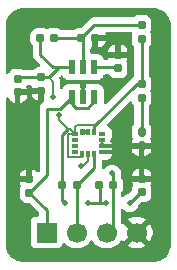
<source format=gtl>
%TF.GenerationSoftware,KiCad,Pcbnew,9.0.5*%
%TF.CreationDate,2026-01-29T03:49:21-08:00*%
%TF.ProjectId,PCB Design Lab,50434220-4465-4736-9967-6e204c61622e,rev?*%
%TF.SameCoordinates,Original*%
%TF.FileFunction,Copper,L1,Top*%
%TF.FilePolarity,Positive*%
%FSLAX46Y46*%
G04 Gerber Fmt 4.6, Leading zero omitted, Abs format (unit mm)*
G04 Created by KiCad (PCBNEW 9.0.5) date 2026-01-29 03:49:21*
%MOMM*%
%LPD*%
G01*
G04 APERTURE LIST*
G04 Aperture macros list*
%AMRoundRect*
0 Rectangle with rounded corners*
0 $1 Rounding radius*
0 $2 $3 $4 $5 $6 $7 $8 $9 X,Y pos of 4 corners*
0 Add a 4 corners polygon primitive as box body*
4,1,4,$2,$3,$4,$5,$6,$7,$8,$9,$2,$3,0*
0 Add four circle primitives for the rounded corners*
1,1,$1+$1,$2,$3*
1,1,$1+$1,$4,$5*
1,1,$1+$1,$6,$7*
1,1,$1+$1,$8,$9*
0 Add four rect primitives between the rounded corners*
20,1,$1+$1,$2,$3,$4,$5,0*
20,1,$1+$1,$4,$5,$6,$7,0*
20,1,$1+$1,$6,$7,$8,$9,0*
20,1,$1+$1,$8,$9,$2,$3,0*%
G04 Aperture macros list end*
%TA.AperFunction,SMDPad,CuDef*%
%ADD10RoundRect,0.072500X0.217500X-0.532500X0.217500X0.532500X-0.217500X0.532500X-0.217500X-0.532500X0*%
%TD*%
%TA.AperFunction,SMDPad,CuDef*%
%ADD11RoundRect,0.155000X-0.212500X-0.155000X0.212500X-0.155000X0.212500X0.155000X-0.212500X0.155000X0*%
%TD*%
%TA.AperFunction,SMDPad,CuDef*%
%ADD12RoundRect,0.160000X-0.197500X-0.160000X0.197500X-0.160000X0.197500X0.160000X-0.197500X0.160000X0*%
%TD*%
%TA.AperFunction,SMDPad,CuDef*%
%ADD13RoundRect,0.160000X0.160000X-0.197500X0.160000X0.197500X-0.160000X0.197500X-0.160000X-0.197500X0*%
%TD*%
%TA.AperFunction,SMDPad,CuDef*%
%ADD14R,0.610000X0.350000*%
%TD*%
%TA.AperFunction,SMDPad,CuDef*%
%ADD15R,0.350000X0.610000*%
%TD*%
%TA.AperFunction,SMDPad,CuDef*%
%ADD16RoundRect,0.155000X0.155000X-0.212500X0.155000X0.212500X-0.155000X0.212500X-0.155000X-0.212500X0*%
%TD*%
%TA.AperFunction,ComponentPad*%
%ADD17R,1.700000X1.700000*%
%TD*%
%TA.AperFunction,ComponentPad*%
%ADD18C,1.700000*%
%TD*%
%TA.AperFunction,SMDPad,CuDef*%
%ADD19RoundRect,0.160000X0.160000X-0.222500X0.160000X0.222500X-0.160000X0.222500X-0.160000X-0.222500X0*%
%TD*%
%TA.AperFunction,SMDPad,CuDef*%
%ADD20RoundRect,0.160000X-0.160000X0.197500X-0.160000X-0.197500X0.160000X-0.197500X0.160000X0.197500X0*%
%TD*%
%TA.AperFunction,ViaPad*%
%ADD21C,0.508000*%
%TD*%
%TA.AperFunction,Conductor*%
%ADD22C,0.200000*%
%TD*%
%TA.AperFunction,Conductor*%
%ADD23C,0.254000*%
%TD*%
G04 APERTURE END LIST*
D10*
%TO.P,U1,1,IN*%
%TO.N,VCC*%
X116100000Y-93000000D03*
%TO.P,U1,2,GND*%
%TO.N,GND*%
X117050000Y-93000000D03*
%TO.P,U1,3,EN*%
%TO.N,VCC*%
X118000000Y-93000000D03*
%TO.P,U1,4,NR*%
%TO.N,Net-(U1-NR)*%
X118000000Y-90490000D03*
%TO.P,U1,5,FB*%
%TO.N,Net-(U1-FB)*%
X117050000Y-90490000D03*
%TO.P,U1,6,OUT*%
%TO.N,+3V3*%
X116100000Y-90490000D03*
%TD*%
D11*
%TO.P,C1,1*%
%TO.N,+3V3*%
X113432500Y-88000000D03*
%TO.P,C1,2*%
%TO.N,Net-(U1-FB)*%
X114567500Y-88000000D03*
%TD*%
D12*
%TO.P,R3,1*%
%TO.N,+3V3*%
X118402500Y-100500000D03*
%TO.P,R3,2*%
%TO.N,/SCL*%
X119597500Y-100500000D03*
%TD*%
D13*
%TO.P,R1,1*%
%TO.N,+3V3*%
X122000000Y-88097500D03*
%TO.P,R1,2*%
%TO.N,Net-(U1-FB)*%
X122000000Y-86902500D03*
%TD*%
D14*
%TO.P,U2,1,SDO/SA0*%
%TO.N,GND*%
X118660000Y-97660000D03*
%TO.P,U2,2,SDX*%
X118660000Y-97160000D03*
%TO.P,U2,3,SCX*%
X118660000Y-96660000D03*
%TO.P,U2,4,INT1*%
%TO.N,unconnected-(U2-INT1-Pad4)*%
X118660000Y-96160000D03*
D15*
%TO.P,U2,5,VDDIO*%
%TO.N,+3V3*%
X118000000Y-96000000D03*
%TO.P,U2,6,GND*%
%TO.N,GND*%
X117500000Y-96000000D03*
%TO.P,U2,7,GND*%
X117000000Y-96000000D03*
D14*
%TO.P,U2,8,VDD*%
%TO.N,+3V3*%
X116340000Y-96160000D03*
%TO.P,U2,9,INT2*%
%TO.N,unconnected-(U2-INT2-Pad9)*%
X116340000Y-96660000D03*
%TO.P,U2,10,OCS_AUX*%
%TO.N,unconnected-(U2-OCS_AUX-Pad10)*%
X116340000Y-97160000D03*
%TO.P,U2,11,SDO_AUX*%
%TO.N,unconnected-(U2-SDO_AUX-Pad11)*%
X116340000Y-97660000D03*
D15*
%TO.P,U2,12,CS*%
%TO.N,+3V3*%
X117000000Y-97820000D03*
%TO.P,U2,13,SCL*%
%TO.N,/SCL*%
X117500000Y-97820000D03*
%TO.P,U2,14,SDA*%
%TO.N,/SDA*%
X118000000Y-97820000D03*
%TD*%
D16*
%TO.P,C2,1*%
%TO.N,+3V3*%
X122000000Y-101067500D03*
%TO.P,C2,2*%
%TO.N,GND*%
X122000000Y-99932500D03*
%TD*%
D17*
%TO.P,J1,1,Pin_1*%
%TO.N,VCC*%
X113960000Y-104500000D03*
D18*
%TO.P,J1,2,Pin_2*%
%TO.N,/SDA*%
X116500000Y-104500000D03*
%TO.P,J1,3,Pin_3*%
%TO.N,/SCL*%
X119040000Y-104500000D03*
%TO.P,J1,4,Pin_4*%
%TO.N,GND*%
X121580000Y-104500000D03*
%TD*%
D16*
%TO.P,C6,1*%
%TO.N,GND*%
X111500000Y-92635000D03*
%TO.P,C6,2*%
%TO.N,+3V3*%
X111500000Y-91500000D03*
%TD*%
%TO.P,C5,1*%
%TO.N,GND*%
X113500000Y-92500000D03*
%TO.P,C5,2*%
%TO.N,+3V3*%
X113500000Y-91365000D03*
%TD*%
D19*
%TO.P,D1,1,K*%
%TO.N,GND*%
X122000000Y-97145000D03*
%TO.P,D1,2,A*%
%TO.N,Net-(D1-A)*%
X122000000Y-96000000D03*
%TD*%
D12*
%TO.P,R2,1*%
%TO.N,Net-(U1-FB)*%
X116902500Y-88000000D03*
%TO.P,R2,2*%
%TO.N,GND*%
X118097500Y-88000000D03*
%TD*%
D16*
%TO.P,C4,1*%
%TO.N,Net-(U1-NR)*%
X120000000Y-90567500D03*
%TO.P,C4,2*%
%TO.N,GND*%
X120000000Y-89432500D03*
%TD*%
D20*
%TO.P,R5,1*%
%TO.N,+3V3*%
X122000000Y-91902500D03*
%TO.P,R5,2*%
%TO.N,Net-(D1-A)*%
X122000000Y-93097500D03*
%TD*%
D16*
%TO.P,C3,1*%
%TO.N,VCC*%
X112500000Y-101135000D03*
%TO.P,C3,2*%
%TO.N,GND*%
X112500000Y-100000000D03*
%TD*%
D12*
%TO.P,R4,1*%
%TO.N,+3V3*%
X115305000Y-100500000D03*
%TO.P,R4,2*%
%TO.N,/SDA*%
X116500000Y-100500000D03*
%TD*%
D21*
%TO.N,+3V3*%
X114986056Y-94581000D03*
X115500000Y-102000000D03*
X119000000Y-102000000D03*
X121000000Y-102000000D03*
X117500000Y-102000000D03*
X114500000Y-93000000D03*
%TO.N,GND*%
X117050000Y-93000000D03*
X117099002Y-96000000D03*
%TO.N,/SCL*%
X116839170Y-98839170D03*
X119500000Y-99500000D03*
%TD*%
D22*
%TO.N,+3V3*%
X114500000Y-93000000D02*
X114500000Y-91730000D01*
D23*
X113500000Y-91365000D02*
X111635000Y-91365000D01*
X121597500Y-91902500D02*
X118003000Y-95497000D01*
D22*
X115734000Y-98136000D02*
X115734000Y-96184000D01*
D23*
X115305000Y-100500000D02*
X115305000Y-96242600D01*
X122000000Y-101067500D02*
X121932500Y-101067500D01*
X122000000Y-88097500D02*
X122000000Y-91902500D01*
X115305000Y-96242600D02*
X115773800Y-95773800D01*
X115000000Y-90500000D02*
X115010000Y-90490000D01*
D22*
X115000000Y-95000000D02*
X115000000Y-94567056D01*
X114500000Y-91730000D02*
X114135000Y-91365000D01*
D23*
X118500000Y-102000000D02*
X117500000Y-102000000D01*
D22*
X115758000Y-96160000D02*
X116340000Y-96160000D01*
D23*
X113500000Y-91365000D02*
X114135000Y-91365000D01*
X115305000Y-100500000D02*
X115305000Y-101805000D01*
D22*
X115953800Y-95773800D02*
X115773800Y-95773800D01*
X116340000Y-96160000D02*
X115953800Y-95773800D01*
X118000000Y-96000000D02*
X118000000Y-95418000D01*
X116946000Y-98136000D02*
X115734000Y-98136000D01*
D23*
X115305000Y-101805000D02*
X115500000Y-102000000D01*
X114500000Y-90500000D02*
X115000000Y-90500000D01*
D22*
X116340000Y-95578000D02*
X116340000Y-96160000D01*
D23*
X118500000Y-100500000D02*
X118500000Y-102000000D01*
X121932500Y-101067500D02*
X121000000Y-102000000D01*
D22*
X115734000Y-96184000D02*
X115758000Y-96160000D01*
D23*
X122000000Y-91902500D02*
X121597500Y-91902500D01*
D22*
X115773800Y-95773800D02*
X115000000Y-95000000D01*
D23*
X118402500Y-100500000D02*
X118500000Y-100500000D01*
D22*
X117000000Y-97820000D02*
X117000000Y-98082000D01*
D23*
X113432500Y-88000000D02*
X113432500Y-89432500D01*
X111635000Y-91365000D02*
X111500000Y-91500000D01*
X114135000Y-91365000D02*
X115000000Y-90500000D01*
X113432500Y-89432500D02*
X114500000Y-90500000D01*
X119000000Y-102000000D02*
X118500000Y-102000000D01*
D22*
X116524000Y-95394000D02*
X116340000Y-95578000D01*
X117000000Y-98082000D02*
X116946000Y-98136000D01*
D23*
X115010000Y-90490000D02*
X116100000Y-90490000D01*
D22*
X115000000Y-94567056D02*
X114986056Y-94581000D01*
D23*
X118003000Y-95497000D02*
X118003000Y-95997000D01*
D22*
X118000000Y-95418000D02*
X117976000Y-95394000D01*
X117976000Y-95394000D02*
X116524000Y-95394000D01*
D23*
%TO.N,Net-(U1-FB)*%
X117050000Y-88147500D02*
X116902500Y-88000000D01*
X114567500Y-88000000D02*
X116902500Y-88000000D01*
X117050000Y-90490000D02*
X117050000Y-88147500D01*
X118000000Y-86902500D02*
X122000000Y-86902500D01*
X116902500Y-88000000D02*
X118000000Y-86902500D01*
D22*
%TO.N,GND*%
X117000000Y-96000000D02*
X117099002Y-96000000D01*
X117000000Y-93000000D02*
X117050000Y-93000000D01*
X118660000Y-96660000D02*
X118660000Y-97160000D01*
D23*
%TO.N,VCC*%
X113960000Y-104500000D02*
X113960000Y-102595000D01*
X116428001Y-93933000D02*
X116100000Y-93604999D01*
X115100000Y-94000000D02*
X116100000Y-93000000D01*
X116100000Y-93604999D02*
X116100000Y-93000000D01*
X118000000Y-93000000D02*
X118000000Y-93368400D01*
X117435400Y-93933000D02*
X116428001Y-93933000D01*
X113960000Y-102595000D02*
X112500000Y-101135000D01*
X114000000Y-99635000D02*
X114000000Y-94000000D01*
X118000000Y-93368400D02*
X117435400Y-93933000D01*
X116100000Y-93000000D02*
X116050000Y-93050000D01*
X114000000Y-94000000D02*
X115100000Y-94000000D01*
X112500000Y-101135000D02*
X114000000Y-99635000D01*
%TO.N,Net-(U1-NR)*%
X118000000Y-90490000D02*
X119922500Y-90490000D01*
X119922500Y-90490000D02*
X120000000Y-90567500D01*
%TO.N,Net-(D1-A)*%
X122000000Y-93097500D02*
X122000000Y-96000000D01*
%TO.N,/SCL*%
X119597500Y-99597500D02*
X119500000Y-99500000D01*
X119597500Y-103942500D02*
X119040000Y-104500000D01*
X119597500Y-100500000D02*
X119597500Y-99597500D01*
X119597500Y-100500000D02*
X119597500Y-103942500D01*
D22*
X117500000Y-98402000D02*
X117062830Y-98839170D01*
X117062830Y-98839170D02*
X116839170Y-98839170D01*
X117500000Y-97820000D02*
X117500000Y-98402000D01*
D23*
%TO.N,/SDA*%
X118003000Y-98997000D02*
X118003000Y-97820000D01*
X116500000Y-100500000D02*
X116500000Y-104500000D01*
X116500000Y-100500000D02*
X118003000Y-98997000D01*
%TD*%
%TA.AperFunction,Conductor*%
%TO.N,GND*%
G36*
X123004418Y-85500816D02*
G01*
X123204561Y-85515130D01*
X123222063Y-85517647D01*
X123413797Y-85559355D01*
X123430755Y-85564334D01*
X123614609Y-85632909D01*
X123630701Y-85640259D01*
X123802904Y-85734288D01*
X123817784Y-85743849D01*
X123974867Y-85861441D01*
X123988237Y-85873027D01*
X124126972Y-86011762D01*
X124138558Y-86025132D01*
X124193306Y-86098267D01*
X124256146Y-86182210D01*
X124265711Y-86197095D01*
X124359740Y-86369298D01*
X124367090Y-86385390D01*
X124435662Y-86569236D01*
X124440646Y-86586212D01*
X124482351Y-86777931D01*
X124484869Y-86795442D01*
X124499184Y-86995580D01*
X124499500Y-87004427D01*
X124499500Y-105495572D01*
X124499184Y-105504419D01*
X124484869Y-105704557D01*
X124482351Y-105722068D01*
X124440646Y-105913787D01*
X124435662Y-105930763D01*
X124367090Y-106114609D01*
X124359740Y-106130701D01*
X124265711Y-106302904D01*
X124256146Y-106317789D01*
X124138558Y-106474867D01*
X124126972Y-106488237D01*
X123988237Y-106626972D01*
X123974867Y-106638558D01*
X123817789Y-106756146D01*
X123802904Y-106765711D01*
X123630701Y-106859740D01*
X123614609Y-106867090D01*
X123430763Y-106935662D01*
X123413787Y-106940646D01*
X123222068Y-106982351D01*
X123204557Y-106984869D01*
X123023779Y-106997799D01*
X123004417Y-106999184D01*
X122995572Y-106999500D01*
X112004428Y-106999500D01*
X111995582Y-106999184D01*
X111973622Y-106997613D01*
X111795442Y-106984869D01*
X111777931Y-106982351D01*
X111586212Y-106940646D01*
X111569236Y-106935662D01*
X111385390Y-106867090D01*
X111369298Y-106859740D01*
X111197095Y-106765711D01*
X111182210Y-106756146D01*
X111025132Y-106638558D01*
X111011762Y-106626972D01*
X110873027Y-106488237D01*
X110861441Y-106474867D01*
X110743849Y-106317784D01*
X110734288Y-106302904D01*
X110640259Y-106130701D01*
X110632909Y-106114609D01*
X110572091Y-105951551D01*
X110564334Y-105930755D01*
X110559355Y-105913797D01*
X110517647Y-105722063D01*
X110515130Y-105704556D01*
X110511589Y-105655051D01*
X110500816Y-105504418D01*
X110500500Y-105495572D01*
X110500500Y-99721342D01*
X111690000Y-99721342D01*
X111690000Y-99750000D01*
X112250000Y-99750000D01*
X112250000Y-99134769D01*
X112241718Y-99135421D01*
X112082805Y-99181590D01*
X112082802Y-99181592D01*
X111940357Y-99265833D01*
X111940349Y-99265839D01*
X111823339Y-99382849D01*
X111823333Y-99382857D01*
X111739092Y-99525302D01*
X111739091Y-99525305D01*
X111692922Y-99684216D01*
X111692921Y-99684222D01*
X111690000Y-99721342D01*
X110500500Y-99721342D01*
X110500500Y-93157116D01*
X110520185Y-93090077D01*
X110572989Y-93044322D01*
X110642147Y-93034378D01*
X110705703Y-93063403D01*
X110734841Y-93103149D01*
X110735122Y-93102984D01*
X110736797Y-93105817D01*
X110738301Y-93107868D01*
X110739093Y-93109700D01*
X110823333Y-93252142D01*
X110823339Y-93252150D01*
X110940349Y-93369160D01*
X110940357Y-93369166D01*
X111082802Y-93453407D01*
X111082805Y-93453409D01*
X111241717Y-93499577D01*
X111241724Y-93499579D01*
X111249998Y-93500229D01*
X111250000Y-93500228D01*
X111750000Y-93500228D01*
X111750001Y-93500229D01*
X111758275Y-93499579D01*
X111758282Y-93499577D01*
X111917194Y-93453409D01*
X111917197Y-93453407D01*
X112059642Y-93369166D01*
X112059650Y-93369160D01*
X112176660Y-93252150D01*
X112176666Y-93252142D01*
X112260907Y-93109697D01*
X112260908Y-93109694D01*
X112307077Y-92950783D01*
X112307078Y-92950777D01*
X112309999Y-92913657D01*
X112310000Y-92913642D01*
X112310000Y-92885000D01*
X111750000Y-92885000D01*
X111750000Y-93500228D01*
X111250000Y-93500228D01*
X111250000Y-92778657D01*
X112690000Y-92778657D01*
X112692921Y-92815777D01*
X112692922Y-92815783D01*
X112739091Y-92974694D01*
X112739092Y-92974697D01*
X112823333Y-93117142D01*
X112823339Y-93117150D01*
X112940349Y-93234160D01*
X112940357Y-93234166D01*
X113082802Y-93318407D01*
X113082805Y-93318409D01*
X113241717Y-93364577D01*
X113241724Y-93364579D01*
X113249998Y-93365229D01*
X113250000Y-93365228D01*
X113250000Y-92750000D01*
X112690000Y-92750000D01*
X112690000Y-92778657D01*
X111250000Y-92778657D01*
X111250000Y-92759000D01*
X111269685Y-92691961D01*
X111322489Y-92646206D01*
X111374000Y-92635000D01*
X111500000Y-92635000D01*
X111500000Y-92509000D01*
X111519685Y-92441961D01*
X111572489Y-92396206D01*
X111624000Y-92385000D01*
X112310000Y-92385000D01*
X112310000Y-92356357D01*
X112309999Y-92356342D01*
X112307078Y-92319222D01*
X112307077Y-92319216D01*
X112258731Y-92152809D01*
X112261567Y-92151984D01*
X112259130Y-92132258D01*
X112254327Y-92098853D01*
X112254858Y-92097688D01*
X112254702Y-92096420D01*
X112269327Y-92066005D01*
X112283352Y-92035297D01*
X112284427Y-92034605D01*
X112284982Y-92033453D01*
X112313730Y-92015774D01*
X112342130Y-91997523D01*
X112343799Y-91997282D01*
X112344499Y-91996853D01*
X112377065Y-91992500D01*
X112583470Y-91992500D01*
X112650509Y-92012185D01*
X112696264Y-92064989D01*
X112706208Y-92134147D01*
X112702546Y-92151096D01*
X112692922Y-92184219D01*
X112692921Y-92184222D01*
X112690000Y-92221342D01*
X112690000Y-92250000D01*
X113376000Y-92250000D01*
X113443039Y-92269685D01*
X113488794Y-92322489D01*
X113500000Y-92374000D01*
X113500000Y-92500000D01*
X113626000Y-92500000D01*
X113693039Y-92519685D01*
X113738794Y-92572489D01*
X113750000Y-92624000D01*
X113750000Y-92903064D01*
X113745500Y-92925688D01*
X113745500Y-93074312D01*
X113750000Y-93096935D01*
X113750000Y-93346076D01*
X113730315Y-93413115D01*
X113694892Y-93449178D01*
X113599988Y-93512591D01*
X113512591Y-93599988D01*
X113512588Y-93599992D01*
X113443920Y-93702760D01*
X113443913Y-93702773D01*
X113396616Y-93816960D01*
X113396613Y-93816970D01*
X113372500Y-93938194D01*
X113372500Y-99279327D01*
X113352815Y-99346366D01*
X113300011Y-99392121D01*
X113230853Y-99402065D01*
X113167297Y-99373040D01*
X113160819Y-99367008D01*
X113059650Y-99265839D01*
X113059642Y-99265833D01*
X112917197Y-99181592D01*
X112917194Y-99181590D01*
X112758280Y-99135421D01*
X112758281Y-99135421D01*
X112750000Y-99134769D01*
X112750000Y-99876000D01*
X112730315Y-99943039D01*
X112677511Y-99988794D01*
X112626000Y-100000000D01*
X112500000Y-100000000D01*
X112500000Y-100126000D01*
X112480315Y-100193039D01*
X112427511Y-100238794D01*
X112376000Y-100250000D01*
X111690000Y-100250000D01*
X111690000Y-100278657D01*
X111692921Y-100315777D01*
X111692922Y-100315783D01*
X111739091Y-100474694D01*
X111739093Y-100474699D01*
X111756355Y-100503889D01*
X111773536Y-100571613D01*
X111756355Y-100630127D01*
X111738631Y-100660096D01*
X111738628Y-100660104D01*
X111692424Y-100819137D01*
X111692423Y-100819143D01*
X111689500Y-100856289D01*
X111689500Y-101413690D01*
X111689501Y-101413715D01*
X111692423Y-101450854D01*
X111692423Y-101450857D01*
X111692424Y-101450858D01*
X111704084Y-101490993D01*
X111738630Y-101609900D01*
X111822934Y-101752450D01*
X111822941Y-101752459D01*
X111940040Y-101869558D01*
X111940044Y-101869561D01*
X111940046Y-101869563D01*
X112082600Y-101953870D01*
X112124541Y-101966055D01*
X112241637Y-102000075D01*
X112241640Y-102000075D01*
X112241642Y-102000076D01*
X112278797Y-102003000D01*
X112429217Y-102002999D01*
X112496257Y-102022683D01*
X112516899Y-102039318D01*
X113296181Y-102818600D01*
X113310884Y-102845527D01*
X113327477Y-102871346D01*
X113328368Y-102877546D01*
X113329666Y-102879923D01*
X113332500Y-102906281D01*
X113332500Y-103025500D01*
X113312815Y-103092539D01*
X113260011Y-103138294D01*
X113208501Y-103149500D01*
X113062130Y-103149500D01*
X113062123Y-103149501D01*
X113002516Y-103155908D01*
X112867671Y-103206202D01*
X112867664Y-103206206D01*
X112752455Y-103292452D01*
X112752452Y-103292455D01*
X112666206Y-103407664D01*
X112666202Y-103407671D01*
X112615908Y-103542517D01*
X112609501Y-103602116D01*
X112609500Y-103602135D01*
X112609500Y-105397870D01*
X112609501Y-105397876D01*
X112615908Y-105457483D01*
X112666202Y-105592328D01*
X112666206Y-105592335D01*
X112752452Y-105707544D01*
X112752455Y-105707547D01*
X112867664Y-105793793D01*
X112867671Y-105793797D01*
X113002517Y-105844091D01*
X113002516Y-105844091D01*
X113009444Y-105844835D01*
X113062127Y-105850500D01*
X114857872Y-105850499D01*
X114917483Y-105844091D01*
X115052331Y-105793796D01*
X115167546Y-105707546D01*
X115253796Y-105592331D01*
X115302810Y-105460916D01*
X115344681Y-105404984D01*
X115410145Y-105380566D01*
X115478418Y-105395417D01*
X115506673Y-105416569D01*
X115620213Y-105530109D01*
X115792179Y-105655048D01*
X115792181Y-105655049D01*
X115792184Y-105655051D01*
X115981588Y-105751557D01*
X116183757Y-105817246D01*
X116393713Y-105850500D01*
X116393714Y-105850500D01*
X116606286Y-105850500D01*
X116606287Y-105850500D01*
X116816243Y-105817246D01*
X117018412Y-105751557D01*
X117207816Y-105655051D01*
X117294138Y-105592335D01*
X117379786Y-105530109D01*
X117379788Y-105530106D01*
X117379792Y-105530104D01*
X117530104Y-105379792D01*
X117530106Y-105379788D01*
X117530109Y-105379786D01*
X117655048Y-105207820D01*
X117655047Y-105207820D01*
X117655051Y-105207816D01*
X117659514Y-105199054D01*
X117707488Y-105148259D01*
X117775308Y-105131463D01*
X117841444Y-105153999D01*
X117880486Y-105199056D01*
X117884951Y-105207820D01*
X118009890Y-105379786D01*
X118160213Y-105530109D01*
X118332179Y-105655048D01*
X118332181Y-105655049D01*
X118332184Y-105655051D01*
X118521588Y-105751557D01*
X118723757Y-105817246D01*
X118933713Y-105850500D01*
X118933714Y-105850500D01*
X119146286Y-105850500D01*
X119146287Y-105850500D01*
X119356243Y-105817246D01*
X119558412Y-105751557D01*
X119747816Y-105655051D01*
X119834138Y-105592335D01*
X119919786Y-105530109D01*
X119919788Y-105530106D01*
X119919792Y-105530104D01*
X120070104Y-105379792D01*
X120070106Y-105379788D01*
X120070109Y-105379786D01*
X120155890Y-105261717D01*
X120195051Y-105207816D01*
X120199793Y-105198508D01*
X120247763Y-105147711D01*
X120315583Y-105130911D01*
X120381719Y-105153445D01*
X120420763Y-105198500D01*
X120425373Y-105207547D01*
X120464728Y-105261716D01*
X121097036Y-104629407D01*
X121114075Y-104692993D01*
X121179901Y-104807007D01*
X121272993Y-104900099D01*
X121387007Y-104965925D01*
X121450590Y-104982962D01*
X120818282Y-105615269D01*
X120818282Y-105615270D01*
X120872449Y-105654624D01*
X121061782Y-105751095D01*
X121263870Y-105816757D01*
X121473754Y-105850000D01*
X121686246Y-105850000D01*
X121896127Y-105816757D01*
X121896130Y-105816757D01*
X122098217Y-105751095D01*
X122287554Y-105654622D01*
X122341716Y-105615270D01*
X122341717Y-105615270D01*
X121709408Y-104982962D01*
X121772993Y-104965925D01*
X121887007Y-104900099D01*
X121980099Y-104807007D01*
X122045925Y-104692993D01*
X122062962Y-104629408D01*
X122695270Y-105261717D01*
X122695270Y-105261716D01*
X122734622Y-105207554D01*
X122831095Y-105018217D01*
X122896757Y-104816130D01*
X122896757Y-104816127D01*
X122930000Y-104606246D01*
X122930000Y-104393753D01*
X122896757Y-104183872D01*
X122896757Y-104183869D01*
X122831095Y-103981782D01*
X122734624Y-103792449D01*
X122695270Y-103738282D01*
X122695269Y-103738282D01*
X122062962Y-104370590D01*
X122045925Y-104307007D01*
X121980099Y-104192993D01*
X121887007Y-104099901D01*
X121772993Y-104034075D01*
X121709409Y-104017037D01*
X122341716Y-103384728D01*
X122287550Y-103345375D01*
X122098217Y-103248904D01*
X121896129Y-103183242D01*
X121686246Y-103150000D01*
X121473754Y-103150000D01*
X121263872Y-103183242D01*
X121263869Y-103183242D01*
X121061782Y-103248904D01*
X120872439Y-103345380D01*
X120818282Y-103384727D01*
X120818282Y-103384728D01*
X121450591Y-104017037D01*
X121387007Y-104034075D01*
X121272993Y-104099901D01*
X121179901Y-104192993D01*
X121114075Y-104307007D01*
X121097037Y-104370591D01*
X120464728Y-103738282D01*
X120464727Y-103738282D01*
X120449319Y-103759491D01*
X120393989Y-103802157D01*
X120324376Y-103808136D01*
X120262580Y-103775531D01*
X120228223Y-103714692D01*
X120225000Y-103686606D01*
X120225000Y-102591388D01*
X120244685Y-102524349D01*
X120297489Y-102478594D01*
X120366647Y-102468650D01*
X120430203Y-102497675D01*
X120436681Y-102503707D01*
X120519028Y-102586054D01*
X120519035Y-102586060D01*
X120642608Y-102668628D01*
X120642609Y-102668628D01*
X120642610Y-102668629D01*
X120779920Y-102725505D01*
X120925683Y-102754499D01*
X120925687Y-102754500D01*
X120925688Y-102754500D01*
X121074313Y-102754500D01*
X121074314Y-102754499D01*
X121220080Y-102725505D01*
X121357390Y-102668629D01*
X121480966Y-102586059D01*
X121586059Y-102480966D01*
X121668629Y-102357390D01*
X121725505Y-102220080D01*
X121732609Y-102184362D01*
X121741373Y-102167606D01*
X121745394Y-102149126D01*
X121764136Y-102124088D01*
X121764992Y-102122453D01*
X121766437Y-102120980D01*
X121915602Y-101971815D01*
X121976923Y-101938333D01*
X122003281Y-101935499D01*
X122221190Y-101935499D01*
X122221202Y-101935499D01*
X122258358Y-101932576D01*
X122417400Y-101886370D01*
X122559954Y-101802063D01*
X122677063Y-101684954D01*
X122761370Y-101542400D01*
X122798691Y-101413939D01*
X122807575Y-101383362D01*
X122807576Y-101383356D01*
X122810499Y-101346210D01*
X122810500Y-101346203D01*
X122810499Y-100788798D01*
X122807576Y-100751642D01*
X122761370Y-100592600D01*
X122743644Y-100562627D01*
X122726462Y-100494905D01*
X122743646Y-100436386D01*
X122760905Y-100407202D01*
X122760908Y-100407194D01*
X122807077Y-100248283D01*
X122807078Y-100248277D01*
X122809999Y-100211157D01*
X122810000Y-100211142D01*
X122810000Y-100182500D01*
X121190000Y-100182500D01*
X121190000Y-100211157D01*
X121192921Y-100248277D01*
X121192922Y-100248283D01*
X121239091Y-100407194D01*
X121239093Y-100407199D01*
X121256355Y-100436389D01*
X121273536Y-100504113D01*
X121256355Y-100562627D01*
X121238631Y-100592596D01*
X121238628Y-100592604D01*
X121192424Y-100751637D01*
X121192423Y-100751643D01*
X121189500Y-100788789D01*
X121189500Y-100871718D01*
X121169815Y-100938757D01*
X121153181Y-100959399D01*
X120879125Y-101233454D01*
X120817802Y-101266939D01*
X120815636Y-101267390D01*
X120779925Y-101274493D01*
X120779919Y-101274495D01*
X120642608Y-101331371D01*
X120519035Y-101413939D01*
X120519028Y-101413945D01*
X120436681Y-101496293D01*
X120417244Y-101506905D01*
X120400511Y-101521406D01*
X120387179Y-101523322D01*
X120375358Y-101529778D01*
X120353271Y-101528198D01*
X120331353Y-101531350D01*
X120319101Y-101525754D01*
X120305666Y-101524794D01*
X120287939Y-101511523D01*
X120267797Y-101502325D01*
X120260514Y-101490993D01*
X120249733Y-101482922D01*
X120241995Y-101462176D01*
X120230023Y-101443547D01*
X120226871Y-101421628D01*
X120225316Y-101417458D01*
X120225000Y-101408612D01*
X120225000Y-101215450D01*
X120244685Y-101148411D01*
X120261319Y-101127769D01*
X120284423Y-101104665D01*
X120318753Y-101070335D01*
X120323837Y-101061926D01*
X120398294Y-100938757D01*
X120401733Y-100933069D01*
X120449452Y-100779933D01*
X120455500Y-100713381D01*
X120455499Y-100286620D01*
X120455499Y-100286619D01*
X120455499Y-100286611D01*
X120449453Y-100220073D01*
X120449452Y-100220070D01*
X120449452Y-100220067D01*
X120401733Y-100066931D01*
X120354498Y-99988794D01*
X120318757Y-99929670D01*
X120318753Y-99929665D01*
X120261319Y-99872231D01*
X120246615Y-99845303D01*
X120230023Y-99819485D01*
X120229131Y-99813284D01*
X120227834Y-99810908D01*
X120225000Y-99784550D01*
X120225000Y-99734833D01*
X120227383Y-99710642D01*
X120238681Y-99653842D01*
X121190000Y-99653842D01*
X121190000Y-99682500D01*
X121750000Y-99682500D01*
X122250000Y-99682500D01*
X122810000Y-99682500D01*
X122810000Y-99653857D01*
X122809999Y-99653842D01*
X122807078Y-99616722D01*
X122807077Y-99616716D01*
X122760908Y-99457805D01*
X122760907Y-99457802D01*
X122676666Y-99315357D01*
X122676660Y-99315349D01*
X122559650Y-99198339D01*
X122559642Y-99198333D01*
X122417197Y-99114092D01*
X122417194Y-99114090D01*
X122258280Y-99067921D01*
X122258281Y-99067921D01*
X122250000Y-99067269D01*
X122250000Y-99682500D01*
X121750000Y-99682500D01*
X121750000Y-99067269D01*
X121741718Y-99067921D01*
X121582805Y-99114090D01*
X121582802Y-99114092D01*
X121440357Y-99198333D01*
X121440349Y-99198339D01*
X121323339Y-99315349D01*
X121323333Y-99315357D01*
X121239092Y-99457802D01*
X121239091Y-99457805D01*
X121192922Y-99616716D01*
X121192921Y-99616722D01*
X121190000Y-99653842D01*
X120238681Y-99653842D01*
X120243970Y-99627253D01*
X120243975Y-99627225D01*
X120246483Y-99614617D01*
X120254500Y-99574312D01*
X120254500Y-99425688D01*
X120225505Y-99279920D01*
X120168629Y-99142610D01*
X120161856Y-99132474D01*
X120086060Y-99019035D01*
X120086054Y-99019028D01*
X119980971Y-98913945D01*
X119980964Y-98913939D01*
X119857391Y-98831371D01*
X119720080Y-98774495D01*
X119720072Y-98774493D01*
X119574316Y-98745500D01*
X119574312Y-98745500D01*
X119425688Y-98745500D01*
X119425683Y-98745500D01*
X119279927Y-98774493D01*
X119279919Y-98774495D01*
X119142608Y-98831371D01*
X119019035Y-98913939D01*
X119019028Y-98913945D01*
X118913942Y-99019031D01*
X118857602Y-99103352D01*
X118803990Y-99148157D01*
X118734665Y-99156864D01*
X118671638Y-99126710D01*
X118634918Y-99067267D01*
X118630500Y-99034461D01*
X118630500Y-98429862D01*
X118650185Y-98362823D01*
X118702989Y-98317068D01*
X118772147Y-98307124D01*
X118833187Y-98335000D01*
X119012828Y-98335000D01*
X119012844Y-98334999D01*
X119072372Y-98328598D01*
X119072379Y-98328596D01*
X119207086Y-98278354D01*
X119207093Y-98278350D01*
X119322187Y-98192190D01*
X119322190Y-98192187D01*
X119408350Y-98077093D01*
X119408354Y-98077086D01*
X119458596Y-97942379D01*
X119458598Y-97942372D01*
X119464999Y-97882844D01*
X119465000Y-97882827D01*
X119465000Y-97835000D01*
X118799499Y-97835000D01*
X118790813Y-97832449D01*
X118781852Y-97833738D01*
X118757811Y-97822759D01*
X118732460Y-97815315D01*
X118726532Y-97808474D01*
X118718296Y-97804713D01*
X118704006Y-97782478D01*
X118686705Y-97762511D01*
X118684417Y-97751996D01*
X118680522Y-97745935D01*
X118675499Y-97711000D01*
X118675499Y-97609000D01*
X118695184Y-97541961D01*
X118747988Y-97496206D01*
X118799499Y-97485000D01*
X119465000Y-97485000D01*
X119465000Y-97437178D01*
X119463503Y-97423263D01*
X119463413Y-97420837D01*
X121180000Y-97420837D01*
X121186043Y-97487343D01*
X121233724Y-97640359D01*
X121233726Y-97640363D01*
X121316639Y-97777519D01*
X121316642Y-97777523D01*
X121429976Y-97890857D01*
X121429980Y-97890860D01*
X121567136Y-97973773D01*
X121567138Y-97973774D01*
X121720155Y-98021456D01*
X121720161Y-98021458D01*
X121749999Y-98024168D01*
X121750000Y-98024168D01*
X122250000Y-98024168D01*
X122279838Y-98021458D01*
X122279844Y-98021456D01*
X122432861Y-97973774D01*
X122432863Y-97973773D01*
X122570019Y-97890860D01*
X122570023Y-97890857D01*
X122683357Y-97777523D01*
X122683360Y-97777519D01*
X122766273Y-97640363D01*
X122766275Y-97640359D01*
X122813956Y-97487343D01*
X122820000Y-97420837D01*
X122820000Y-97395000D01*
X122250000Y-97395000D01*
X122250000Y-98024168D01*
X121750000Y-98024168D01*
X121750000Y-97395000D01*
X121180000Y-97395000D01*
X121180000Y-97420837D01*
X119463413Y-97420837D01*
X119462861Y-97405877D01*
X119465000Y-97341588D01*
X119465000Y-97335000D01*
X118834999Y-97335000D01*
X118830895Y-97339104D01*
X118769572Y-97372589D01*
X118699880Y-97367603D01*
X118643947Y-97325731D01*
X118641648Y-97322557D01*
X118632567Y-97309591D01*
X118618796Y-97272669D01*
X118532546Y-97157454D01*
X118518811Y-97147172D01*
X118507433Y-97130926D01*
X118502346Y-97115848D01*
X118492813Y-97103110D01*
X118486798Y-97069764D01*
X118485098Y-97064723D01*
X118485558Y-97062887D01*
X118485000Y-97059791D01*
X118485000Y-96959499D01*
X118504685Y-96892460D01*
X118557489Y-96846705D01*
X118608997Y-96835499D01*
X118711001Y-96835499D01*
X118778039Y-96855184D01*
X118823794Y-96907988D01*
X118835000Y-96959499D01*
X118835000Y-96985000D01*
X119465000Y-96985000D01*
X119465000Y-96948836D01*
X119358188Y-96776258D01*
X119356066Y-96768550D01*
X119350833Y-96762511D01*
X119346927Y-96735351D01*
X119339645Y-96708894D01*
X119342026Y-96701264D01*
X119340889Y-96693353D01*
X119355530Y-96658006D01*
X119360465Y-96642199D01*
X119362934Y-96640131D01*
X119364361Y-96636688D01*
X119408796Y-96577331D01*
X119420859Y-96544986D01*
X119449361Y-96500638D01*
X119465000Y-96484999D01*
X119465000Y-96437182D01*
X119464999Y-96437164D01*
X119463756Y-96425603D01*
X119463756Y-96399090D01*
X119465499Y-96382878D01*
X119465500Y-96382873D01*
X119465499Y-95937128D01*
X119459091Y-95877517D01*
X119413286Y-95754708D01*
X119408797Y-95742671D01*
X119408793Y-95742664D01*
X119322547Y-95627455D01*
X119322544Y-95627452D01*
X119207335Y-95541206D01*
X119207328Y-95541202D01*
X119125096Y-95510532D01*
X119069162Y-95468661D01*
X119044745Y-95403197D01*
X119059596Y-95334924D01*
X119080745Y-95306672D01*
X120989888Y-93397529D01*
X121051209Y-93364046D01*
X121120901Y-93369030D01*
X121176834Y-93410902D01*
X121195952Y-93448322D01*
X121233265Y-93568066D01*
X121233267Y-93568070D01*
X121316242Y-93705329D01*
X121316246Y-93705334D01*
X121336181Y-93725269D01*
X121369666Y-93786592D01*
X121372500Y-93812950D01*
X121372500Y-95259550D01*
X121352815Y-95326589D01*
X121336181Y-95347231D01*
X121316246Y-95367165D01*
X121316242Y-95367170D01*
X121233267Y-95504429D01*
X121233265Y-95504433D01*
X121185548Y-95657565D01*
X121179500Y-95724121D01*
X121179500Y-96275888D01*
X121185546Y-96342426D01*
X121185548Y-96342433D01*
X121233265Y-96495566D01*
X121241287Y-96508836D01*
X121259121Y-96576391D01*
X121241287Y-96637129D01*
X121233726Y-96649636D01*
X121233724Y-96649640D01*
X121186043Y-96802656D01*
X121180000Y-96869162D01*
X121180000Y-96895000D01*
X122820000Y-96895000D01*
X122820000Y-96869162D01*
X122813957Y-96802661D01*
X122766273Y-96649638D01*
X122758714Y-96637133D01*
X122740878Y-96569578D01*
X122758715Y-96508832D01*
X122766733Y-96495569D01*
X122814452Y-96342433D01*
X122820500Y-96275881D01*
X122820499Y-95724120D01*
X122820499Y-95724119D01*
X122820499Y-95724111D01*
X122814453Y-95657573D01*
X122814452Y-95657570D01*
X122814452Y-95657567D01*
X122766733Y-95504431D01*
X122758559Y-95490909D01*
X122683757Y-95367170D01*
X122683753Y-95367165D01*
X122663819Y-95347231D01*
X122630334Y-95285908D01*
X122627500Y-95259550D01*
X122627500Y-93812950D01*
X122647185Y-93745911D01*
X122663819Y-93725269D01*
X122683753Y-93705335D01*
X122685306Y-93702767D01*
X122747437Y-93599988D01*
X122766733Y-93568069D01*
X122814452Y-93414933D01*
X122820500Y-93348381D01*
X122820499Y-92846620D01*
X122820499Y-92846611D01*
X122814453Y-92780073D01*
X122814452Y-92780070D01*
X122814452Y-92780067D01*
X122783612Y-92681100D01*
X122766734Y-92626933D01*
X122728780Y-92564150D01*
X122710944Y-92496595D01*
X122728780Y-92435850D01*
X122732348Y-92429948D01*
X122766733Y-92373069D01*
X122814452Y-92219933D01*
X122820500Y-92153381D01*
X122820499Y-91651620D01*
X122820499Y-91651611D01*
X122814453Y-91585073D01*
X122814452Y-91585070D01*
X122814452Y-91585067D01*
X122766733Y-91431931D01*
X122766271Y-91431167D01*
X122683757Y-91294670D01*
X122683753Y-91294665D01*
X122663819Y-91274731D01*
X122630334Y-91213408D01*
X122627500Y-91187050D01*
X122627500Y-88812950D01*
X122647185Y-88745911D01*
X122663819Y-88725269D01*
X122670709Y-88718379D01*
X122683753Y-88705335D01*
X122687983Y-88698339D01*
X122738912Y-88614090D01*
X122766733Y-88568069D01*
X122814452Y-88414933D01*
X122820500Y-88348381D01*
X122820499Y-87846620D01*
X122820499Y-87846619D01*
X122820499Y-87846611D01*
X122814453Y-87780073D01*
X122814452Y-87780070D01*
X122814452Y-87780067D01*
X122766733Y-87626931D01*
X122728779Y-87564149D01*
X122710944Y-87496595D01*
X122728780Y-87435850D01*
X122766733Y-87373069D01*
X122814452Y-87219933D01*
X122820500Y-87153381D01*
X122820499Y-86651620D01*
X122820499Y-86651611D01*
X122814453Y-86585073D01*
X122814452Y-86585070D01*
X122814452Y-86585067D01*
X122766733Y-86431931D01*
X122756551Y-86415088D01*
X122683757Y-86294670D01*
X122683753Y-86294665D01*
X122570334Y-86181246D01*
X122570329Y-86181242D01*
X122433070Y-86098267D01*
X122433066Y-86098265D01*
X122279933Y-86050548D01*
X122279935Y-86050548D01*
X122253312Y-86048128D01*
X122213381Y-86044500D01*
X122213378Y-86044500D01*
X121786611Y-86044500D01*
X121720073Y-86050546D01*
X121720066Y-86050548D01*
X121566933Y-86098265D01*
X121566929Y-86098267D01*
X121429670Y-86181242D01*
X121429665Y-86181246D01*
X121372231Y-86238681D01*
X121310908Y-86272166D01*
X121284550Y-86275000D01*
X117938194Y-86275000D01*
X117816970Y-86299113D01*
X117816960Y-86299116D01*
X117702773Y-86346413D01*
X117702760Y-86346420D01*
X117599992Y-86415088D01*
X117599988Y-86415091D01*
X116871898Y-87143181D01*
X116810575Y-87176666D01*
X116784218Y-87179500D01*
X116651611Y-87179500D01*
X116585073Y-87185546D01*
X116585066Y-87185548D01*
X116431933Y-87233265D01*
X116431929Y-87233267D01*
X116294670Y-87316242D01*
X116294665Y-87316246D01*
X116274731Y-87336181D01*
X116213408Y-87369666D01*
X116187050Y-87372500D01*
X115285880Y-87372500D01*
X115218841Y-87352815D01*
X115198199Y-87336181D01*
X115184959Y-87322941D01*
X115184950Y-87322934D01*
X115042398Y-87238629D01*
X115042395Y-87238628D01*
X114883362Y-87192424D01*
X114883356Y-87192423D01*
X114846203Y-87189500D01*
X114288809Y-87189500D01*
X114288784Y-87189501D01*
X114251645Y-87192423D01*
X114092598Y-87238630D01*
X114063119Y-87256064D01*
X113995394Y-87273245D01*
X113936881Y-87256064D01*
X113907400Y-87238630D01*
X113907395Y-87238628D01*
X113748362Y-87192424D01*
X113748356Y-87192423D01*
X113711203Y-87189500D01*
X113153809Y-87189500D01*
X113153784Y-87189501D01*
X113116645Y-87192423D01*
X112957599Y-87238630D01*
X112815049Y-87322934D01*
X112815040Y-87322941D01*
X112697941Y-87440040D01*
X112697934Y-87440049D01*
X112613629Y-87582601D01*
X112613628Y-87582604D01*
X112567424Y-87741637D01*
X112567423Y-87741643D01*
X112564500Y-87778789D01*
X112564500Y-88221190D01*
X112564501Y-88221215D01*
X112567423Y-88258354D01*
X112613630Y-88417400D01*
X112697934Y-88559950D01*
X112697936Y-88559953D01*
X112697937Y-88559954D01*
X112768682Y-88630699D01*
X112802166Y-88692020D01*
X112805000Y-88718379D01*
X112805000Y-89494307D01*
X112829112Y-89615527D01*
X112829114Y-89615535D01*
X112851065Y-89668529D01*
X112876018Y-89728770D01*
X112876417Y-89729733D01*
X112884868Y-89742381D01*
X112889041Y-89748625D01*
X112889042Y-89748629D01*
X112889043Y-89748629D01*
X112945090Y-89832510D01*
X112945093Y-89832513D01*
X113397900Y-90285319D01*
X113431385Y-90346642D01*
X113426401Y-90416333D01*
X113384530Y-90472267D01*
X113319065Y-90496684D01*
X113310223Y-90497000D01*
X113278811Y-90497000D01*
X113278784Y-90497001D01*
X113241645Y-90499923D01*
X113082599Y-90546130D01*
X112940049Y-90630434D01*
X112940044Y-90630438D01*
X112904673Y-90665809D01*
X112869300Y-90701182D01*
X112807980Y-90734666D01*
X112781621Y-90737500D01*
X112046638Y-90737500D01*
X111983518Y-90720232D01*
X111917400Y-90681130D01*
X111917399Y-90681129D01*
X111917398Y-90681129D01*
X111917395Y-90681128D01*
X111758362Y-90634924D01*
X111758356Y-90634923D01*
X111721203Y-90632000D01*
X111278809Y-90632000D01*
X111278784Y-90632001D01*
X111241645Y-90634923D01*
X111082599Y-90681130D01*
X110940049Y-90765434D01*
X110940040Y-90765441D01*
X110822941Y-90882540D01*
X110822934Y-90882549D01*
X110738629Y-91025100D01*
X110738299Y-91025865D01*
X110737880Y-91026368D01*
X110734659Y-91031815D01*
X110733780Y-91031295D01*
X110693605Y-91079571D01*
X110626971Y-91100587D01*
X110559553Y-91082243D01*
X110512755Y-91030361D01*
X110500500Y-90976612D01*
X110500500Y-87004427D01*
X110500816Y-86995581D01*
X110515130Y-86795443D01*
X110515131Y-86795434D01*
X110517646Y-86777938D01*
X110559356Y-86586199D01*
X110564333Y-86569248D01*
X110632911Y-86385385D01*
X110640259Y-86369298D01*
X110678581Y-86299116D01*
X110734291Y-86197089D01*
X110743845Y-86182221D01*
X110861448Y-86025123D01*
X110873020Y-86011769D01*
X111011769Y-85873020D01*
X111025123Y-85861448D01*
X111182221Y-85743845D01*
X111197089Y-85734291D01*
X111369298Y-85640258D01*
X111385385Y-85632911D01*
X111569248Y-85564333D01*
X111586199Y-85559356D01*
X111777938Y-85517646D01*
X111795436Y-85515130D01*
X111995582Y-85500816D01*
X112004428Y-85500500D01*
X112065892Y-85500500D01*
X122934108Y-85500500D01*
X122995572Y-85500500D01*
X123004418Y-85500816D01*
G37*
%TD.AperFunction*%
%TA.AperFunction,Conductor*%
G36*
X121161990Y-87549685D02*
G01*
X121207745Y-87602489D01*
X121217689Y-87671647D01*
X121213338Y-87690885D01*
X121194917Y-87750000D01*
X121185547Y-87780070D01*
X121179500Y-87846621D01*
X121179500Y-88348388D01*
X121185546Y-88414926D01*
X121185548Y-88414933D01*
X121233265Y-88568066D01*
X121233267Y-88568070D01*
X121316242Y-88705329D01*
X121316246Y-88705334D01*
X121336181Y-88725269D01*
X121369666Y-88786592D01*
X121372500Y-88812950D01*
X121372500Y-91187049D01*
X121352815Y-91254088D01*
X121348139Y-91260860D01*
X121342672Y-91268239D01*
X121316247Y-91294665D01*
X121285855Y-91344937D01*
X121282390Y-91349616D01*
X121272446Y-91357137D01*
X121251642Y-91378907D01*
X121240473Y-91386370D01*
X121240472Y-91386371D01*
X121197489Y-91415090D01*
X119002180Y-93610399D01*
X118940857Y-93643884D01*
X118871165Y-93638900D01*
X118815232Y-93597028D01*
X118790815Y-93531564D01*
X118790499Y-93522744D01*
X118790499Y-92429948D01*
X118783011Y-92373069D01*
X118775752Y-92317924D01*
X118775751Y-92317923D01*
X118775751Y-92317917D01*
X118720373Y-92184222D01*
X118718016Y-92178532D01*
X118718016Y-92178531D01*
X118718014Y-92178528D01*
X118626168Y-92058832D01*
X118506472Y-91966986D01*
X118506469Y-91966985D01*
X118506467Y-91966983D01*
X118367086Y-91909250D01*
X118367084Y-91909249D01*
X118367083Y-91909249D01*
X118255053Y-91894500D01*
X117744945Y-91894500D01*
X117632924Y-91909247D01*
X117632917Y-91909249D01*
X117571797Y-91934565D01*
X117538920Y-91938098D01*
X117506163Y-91942663D01*
X117503447Y-91941911D01*
X117502328Y-91942032D01*
X117500406Y-91941070D01*
X117476894Y-91934564D01*
X117416955Y-91909737D01*
X117416951Y-91909736D01*
X117305030Y-91895000D01*
X117300000Y-91895000D01*
X117300000Y-92114101D01*
X117284783Y-92170890D01*
X117285096Y-92171020D01*
X117284113Y-92173393D01*
X117283388Y-92176099D01*
X117281987Y-92178525D01*
X117224249Y-92317916D01*
X117224249Y-92317917D01*
X117209500Y-92429939D01*
X117209500Y-92876000D01*
X117206949Y-92884685D01*
X117208238Y-92893647D01*
X117197259Y-92917687D01*
X117189815Y-92943039D01*
X117182974Y-92948966D01*
X117179213Y-92957203D01*
X117156978Y-92971492D01*
X117137011Y-92988794D01*
X117126496Y-92991081D01*
X117120435Y-92994977D01*
X117085500Y-93000000D01*
X117014500Y-93000000D01*
X116947461Y-92980315D01*
X116901706Y-92927511D01*
X116890500Y-92876000D01*
X116890499Y-92429945D01*
X116875752Y-92317924D01*
X116875751Y-92317923D01*
X116875751Y-92317917D01*
X116818014Y-92178528D01*
X116818012Y-92178525D01*
X116816612Y-92176099D01*
X116815886Y-92173393D01*
X116814904Y-92171020D01*
X116815216Y-92170890D01*
X116800000Y-92114101D01*
X116800000Y-91895000D01*
X116794983Y-91895001D01*
X116794968Y-91895002D01*
X116683050Y-91909734D01*
X116683049Y-91909735D01*
X116623103Y-91934565D01*
X116590735Y-91938044D01*
X116558540Y-91942817D01*
X116555084Y-91941877D01*
X116553634Y-91942033D01*
X116551225Y-91940827D01*
X116528200Y-91934564D01*
X116467086Y-91909250D01*
X116467084Y-91909249D01*
X116467083Y-91909249D01*
X116355053Y-91894500D01*
X115844945Y-91894500D01*
X115732924Y-91909247D01*
X115732913Y-91909250D01*
X115593532Y-91966983D01*
X115593531Y-91966983D01*
X115473832Y-92058832D01*
X115381983Y-92178531D01*
X115381983Y-92178532D01*
X115339061Y-92282157D01*
X115295220Y-92336561D01*
X115228926Y-92358626D01*
X115161227Y-92341347D01*
X115113616Y-92290210D01*
X115100500Y-92234705D01*
X115100500Y-91819059D01*
X115100501Y-91819046D01*
X115100501Y-91650945D01*
X115100501Y-91650943D01*
X115059577Y-91498215D01*
X115044789Y-91472603D01*
X115038224Y-91445541D01*
X115028492Y-91419449D01*
X115030100Y-91412057D01*
X115028316Y-91404704D01*
X115037424Y-91378385D01*
X115043344Y-91351176D01*
X115049850Y-91342485D01*
X115051168Y-91338677D01*
X115064488Y-91322930D01*
X115161127Y-91226291D01*
X115222447Y-91192808D01*
X115292139Y-91197792D01*
X115348072Y-91239664D01*
X115363366Y-91266521D01*
X115378089Y-91302065D01*
X115381986Y-91311472D01*
X115473832Y-91431168D01*
X115593528Y-91523014D01*
X115593531Y-91523015D01*
X115593532Y-91523016D01*
X115652526Y-91547452D01*
X115732917Y-91580751D01*
X115844947Y-91595500D01*
X116355052Y-91595499D01*
X116355054Y-91595499D01*
X116467075Y-91580752D01*
X116467074Y-91580752D01*
X116467083Y-91580751D01*
X116527550Y-91555704D01*
X116559909Y-91552225D01*
X116592112Y-91547452D01*
X116594457Y-91548511D01*
X116597016Y-91548236D01*
X116622443Y-91555702D01*
X116682917Y-91580751D01*
X116794947Y-91595500D01*
X117305052Y-91595499D01*
X117305054Y-91595499D01*
X117417075Y-91580752D01*
X117417074Y-91580752D01*
X117417083Y-91580751D01*
X117477550Y-91555704D01*
X117510432Y-91552169D01*
X117543183Y-91547606D01*
X117545012Y-91548451D01*
X117547016Y-91548236D01*
X117572443Y-91555702D01*
X117632917Y-91580751D01*
X117744947Y-91595500D01*
X118255052Y-91595499D01*
X118255054Y-91595499D01*
X118367075Y-91580752D01*
X118367074Y-91580752D01*
X118367083Y-91580751D01*
X118506467Y-91523016D01*
X118506468Y-91523016D01*
X118506468Y-91523015D01*
X118506472Y-91523014D01*
X118626168Y-91431168D01*
X118718014Y-91311472D01*
X118748277Y-91238412D01*
X118766653Y-91194048D01*
X118810494Y-91139644D01*
X118876788Y-91117579D01*
X118881214Y-91117500D01*
X119212317Y-91117500D01*
X119279356Y-91137185D01*
X119319049Y-91178380D01*
X119322937Y-91184954D01*
X119440046Y-91302063D01*
X119440047Y-91302064D01*
X119440049Y-91302065D01*
X119475316Y-91322922D01*
X119582600Y-91386370D01*
X119624541Y-91398555D01*
X119741637Y-91432575D01*
X119741640Y-91432575D01*
X119741642Y-91432576D01*
X119778797Y-91435500D01*
X120221202Y-91435499D01*
X120258358Y-91432576D01*
X120417400Y-91386370D01*
X120559954Y-91302063D01*
X120677063Y-91184954D01*
X120761370Y-91042400D01*
X120807576Y-90883358D01*
X120810500Y-90846203D01*
X120810499Y-90288798D01*
X120807576Y-90251642D01*
X120761370Y-90092600D01*
X120743644Y-90062628D01*
X120726462Y-89994905D01*
X120743646Y-89936386D01*
X120760905Y-89907202D01*
X120760908Y-89907194D01*
X120807077Y-89748283D01*
X120807078Y-89748277D01*
X120809999Y-89711157D01*
X120810000Y-89711142D01*
X120810000Y-89682500D01*
X119190000Y-89682500D01*
X119190000Y-89711153D01*
X119191387Y-89728770D01*
X119188527Y-89742381D01*
X119190507Y-89756147D01*
X119181486Y-89775898D01*
X119177023Y-89797148D01*
X119167259Y-89807052D01*
X119161482Y-89819703D01*
X119143215Y-89831442D01*
X119127972Y-89846905D01*
X119113200Y-89850731D01*
X119102704Y-89857477D01*
X119067769Y-89862500D01*
X118881214Y-89862500D01*
X118814175Y-89842815D01*
X118768420Y-89790011D01*
X118766653Y-89785952D01*
X118718016Y-89668532D01*
X118718014Y-89668529D01*
X118718014Y-89668528D01*
X118626168Y-89548832D01*
X118506472Y-89456986D01*
X118506469Y-89456985D01*
X118506467Y-89456983D01*
X118367086Y-89399250D01*
X118367084Y-89399249D01*
X118367083Y-89399249D01*
X118353079Y-89397405D01*
X118255060Y-89384500D01*
X117801500Y-89384500D01*
X117792814Y-89381949D01*
X117783853Y-89383238D01*
X117759812Y-89372259D01*
X117734461Y-89364815D01*
X117728533Y-89357974D01*
X117720297Y-89354213D01*
X117706007Y-89331978D01*
X117688706Y-89312011D01*
X117686418Y-89301496D01*
X117682523Y-89295435D01*
X117677500Y-89260500D01*
X117677500Y-89153842D01*
X119190000Y-89153842D01*
X119190000Y-89182500D01*
X119750000Y-89182500D01*
X120250000Y-89182500D01*
X120810000Y-89182500D01*
X120810000Y-89153857D01*
X120809999Y-89153842D01*
X120807078Y-89116722D01*
X120807077Y-89116716D01*
X120760908Y-88957805D01*
X120760907Y-88957802D01*
X120676666Y-88815357D01*
X120676660Y-88815349D01*
X120559650Y-88698339D01*
X120559642Y-88698333D01*
X120417197Y-88614092D01*
X120417194Y-88614090D01*
X120258280Y-88567921D01*
X120258281Y-88567921D01*
X120250000Y-88567269D01*
X120250000Y-89182500D01*
X119750000Y-89182500D01*
X119750000Y-88567269D01*
X119741718Y-88567921D01*
X119582805Y-88614090D01*
X119582802Y-88614092D01*
X119440357Y-88698333D01*
X119440349Y-88698339D01*
X119323339Y-88815349D01*
X119323333Y-88815357D01*
X119239092Y-88957802D01*
X119239091Y-88957805D01*
X119192922Y-89116716D01*
X119192921Y-89116722D01*
X119190000Y-89153842D01*
X117677500Y-89153842D01*
X117677500Y-88940406D01*
X117697185Y-88873367D01*
X117749989Y-88827612D01*
X117812724Y-88816915D01*
X117846666Y-88820000D01*
X117847500Y-88820000D01*
X118347500Y-88820000D01*
X118348337Y-88820000D01*
X118414843Y-88813956D01*
X118567859Y-88766275D01*
X118567863Y-88766273D01*
X118705019Y-88683360D01*
X118705023Y-88683357D01*
X118818357Y-88570023D01*
X118818360Y-88570019D01*
X118901273Y-88432863D01*
X118901275Y-88432859D01*
X118948956Y-88279844D01*
X118951669Y-88250000D01*
X118347500Y-88250000D01*
X118347500Y-88820000D01*
X117847500Y-88820000D01*
X117847500Y-88124000D01*
X117867185Y-88056961D01*
X117919989Y-88011206D01*
X117971500Y-88000000D01*
X118097500Y-88000000D01*
X118097500Y-87874000D01*
X118117185Y-87806961D01*
X118169989Y-87761206D01*
X118221500Y-87750000D01*
X118951668Y-87750000D01*
X118948956Y-87720157D01*
X118939837Y-87690891D01*
X118938685Y-87621030D01*
X118975486Y-87561638D01*
X119038555Y-87531570D01*
X119058222Y-87530000D01*
X121094951Y-87530000D01*
X121161990Y-87549685D01*
G37*
%TD.AperFunction*%
%TD*%
M02*

</source>
